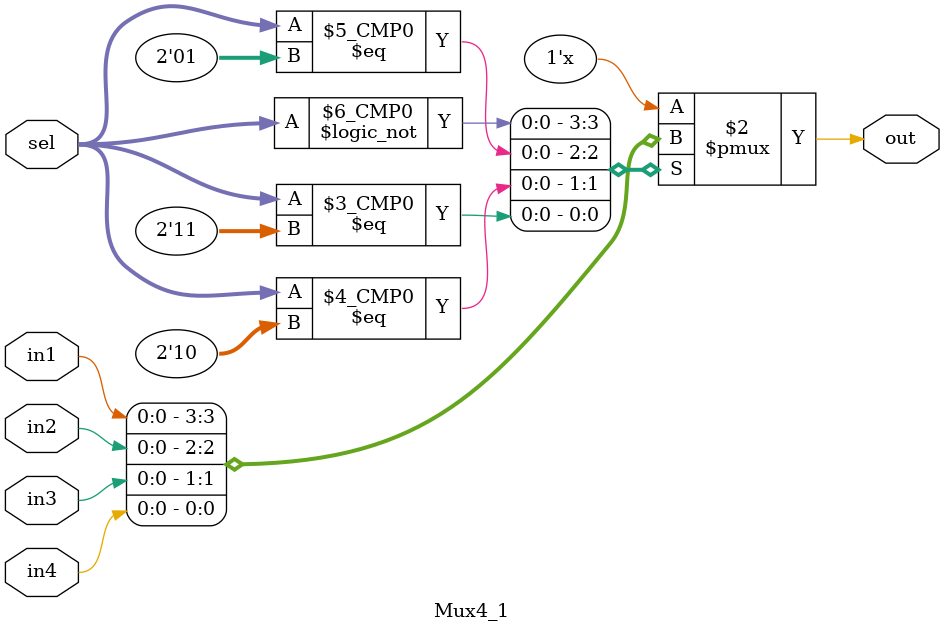
<source format=v>

`timescale 1ns/1ns

module Mux4_1 (
    sel,
    in1,
    in2,
    in3,
    in4,
    out
);

    parameter N=1;
    input [1:0] sel;
    input [N-1:0] in1, in2, in3, in4;
    output reg [N-1:0] out;
    
    always @(*) begin
        case(sel)
            2'b00: out = in1;
            2'b01: out = in2;
            2'b10: out = in3;
            2'b11: out = in4;
        endcase
    end
    
endmodule


</source>
